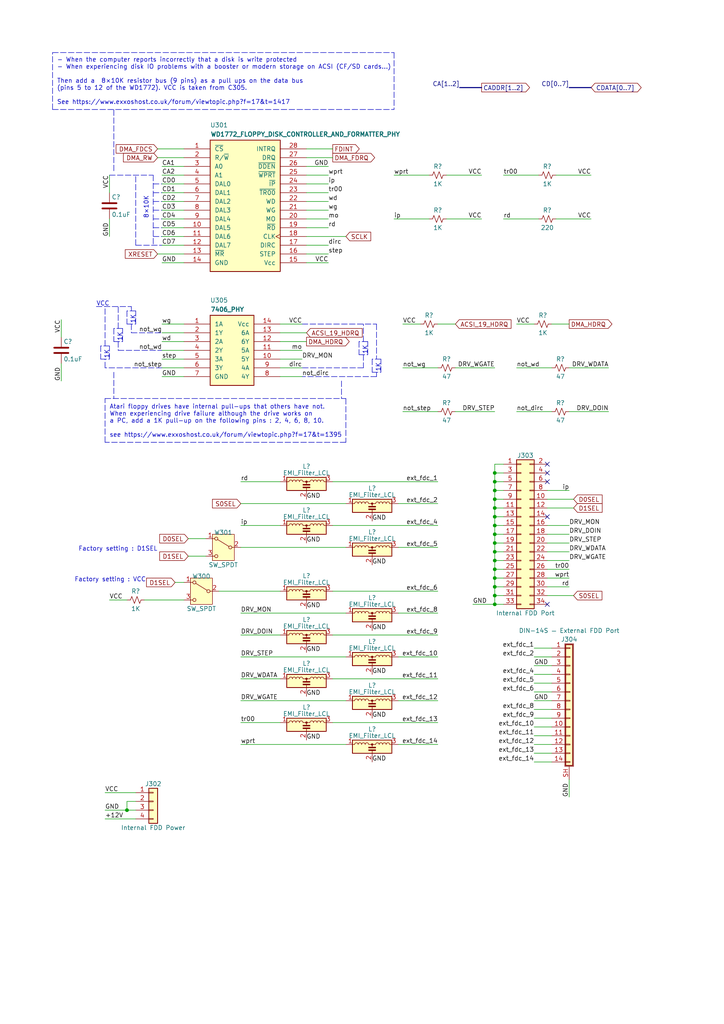
<source format=kicad_sch>
(kicad_sch (version 20230121) (generator eeschema)
  (paper "A4" portrait)
  (title_block (title "Converted schematics of Atari STE") (date "2021-08-31") (rev "1.0.0") (comment 1 "Reference : C300780-001"))
  (lib_symbols
    (symbol "74x06:7406_PHY" (pin_names (offset 1.27))
      (property "Reference" "U" (at 0 0 0))
      (property "Value" "7406_PHY" (at 0 0 0))
      (symbol "7406_PHY_0_0"
        (rectangle (start -6.35 10.16) (end 6.35 -10.16) (stroke (width 0.254)) (fill (type background)))
        (pin input line (at -13.97 7.62 0) (length 7.62) (name "1A") (number "1"))
        (pin output line (at 13.97 -2.54 180) (length 7.62) (name "5Y") (number "10"))
        (pin input line (at 13.97 0 180) (length 7.62) (name "5A") (number "11"))
        (pin output line (at 13.97 2.54 180) (length 7.62) (name "6Y") (number "12"))
        (pin input line (at 13.97 5.08 180) (length 7.62) (name "6A") (number "13"))
        (pin power_in line (at 13.97 7.62 180) (length 7.62) (name "Vcc") (number "14"))
        (pin output line (at -13.97 5.08 0) (length 7.62) (name "1Y") (number "2"))
        (pin input line (at -13.97 2.54 0) (length 7.62) (name "2A") (number "3"))
        (pin output line (at -13.97 0 0) (length 7.62) (name "2Y") (number "4"))
        (pin input line (at -13.97 -2.54 0) (length 7.62) (name "3A") (number "5"))
        (pin output line (at -13.97 -5.08 0) (length 7.62) (name "3Y") (number "6"))
        (pin power_in line (at -13.97 -7.62 0) (length 7.62) (name "GND") (number "7"))
        (pin output line (at 13.97 -7.62 180) (length 7.62) (name "4Y") (number "8"))
        (pin input line (at 13.97 -5.08 180) (length 7.62) (name "4A") (number "9"))
      )
    )
    (symbol "Connector_Generic:Conn_01x04" (pin_names (offset 1.016) hide)
      (property "Reference" "J" (at 0 5.08 0))
      (property "Value" "Conn_01x04" (at 0 -7.62 0))
      (symbol "Conn_01x04_1_1"
        (rectangle (start -1.27 -4.953) (end 0 -5.207) (stroke (width 0.1524)))
        (rectangle (start -1.27 -2.413) (end 0 -2.667) (stroke (width 0.1524)))
        (rectangle (start -1.27 0.127) (end 0 -0.127) (stroke (width 0.1524)))
        (rectangle (start -1.27 2.667) (end 0 2.413) (stroke (width 0.1524)))
        (rectangle (start -1.27 3.81) (end 1.27 -6.35) (stroke (width 0.254)) (fill (type background)))
        (pin passive line (at -5.08 2.54 0) (length 3.81) (name "Pin_1") (number "1"))
        (pin passive line (at -5.08 0 0) (length 3.81) (name "Pin_2") (number "2"))
        (pin passive line (at -5.08 -2.54 0) (length 3.81) (name "Pin_3") (number "3"))
        (pin passive line (at -5.08 -5.08 0) (length 3.81) (name "Pin_4") (number "4"))
      )
    )
    (symbol "Connector_Generic:Conn_02x17_Odd_Even" (pin_names (offset 1.016) hide)
      (property "Reference" "J" (at 1.27 22.86 0))
      (property "Value" "Conn_02x17_Odd_Even" (at 1.27 -22.86 0))
      (symbol "Conn_02x17_Odd_Even_1_1"
        (rectangle (start -1.27 -20.193) (end 0 -20.447) (stroke (width 0.1524)))
        (rectangle (start -1.27 -17.653) (end 0 -17.907) (stroke (width 0.1524)))
        (rectangle (start -1.27 -15.113) (end 0 -15.367) (stroke (width 0.1524)))
        (rectangle (start -1.27 -12.573) (end 0 -12.827) (stroke (width 0.1524)))
        (rectangle (start -1.27 -10.033) (end 0 -10.287) (stroke (width 0.1524)))
        (rectangle (start -1.27 -7.493) (end 0 -7.747) (stroke (width 0.1524)))
        (rectangle (start -1.27 -4.953) (end 0 -5.207) (stroke (width 0.1524)))
        (rectangle (start -1.27 -2.413) (end 0 -2.667) (stroke (width 0.1524)))
        (rectangle (start -1.27 0.127) (end 0 -0.127) (stroke (width 0.1524)))
        (rectangle (start -1.27 2.667) (end 0 2.413) (stroke (width 0.1524)))
        (rectangle (start -1.27 5.207) (end 0 4.953) (stroke (width 0.1524)))
        (rectangle (start -1.27 7.747) (end 0 7.493) (stroke (width 0.1524)))
        (rectangle (start -1.27 10.287) (end 0 10.033) (stroke (width 0.1524)))
        (rectangle (start -1.27 12.827) (end 0 12.573) (stroke (width 0.1524)))
        (rectangle (start -1.27 15.367) (end 0 15.113) (stroke (width 0.1524)))
        (rectangle (start -1.27 17.907) (end 0 17.653) (stroke (width 0.1524)))
        (rectangle (start -1.27 20.447) (end 0 20.193) (stroke (width 0.1524)))
        (rectangle (start -1.27 21.59) (end 3.81 -21.59) (stroke (width 0.254)) (fill (type background)))
        (rectangle (start 3.81 -20.193) (end 2.54 -20.447) (stroke (width 0.1524)))
        (rectangle (start 3.81 -17.653) (end 2.54 -17.907) (stroke (width 0.1524)))
        (rectangle (start 3.81 -15.113) (end 2.54 -15.367) (stroke (width 0.1524)))
        (rectangle (start 3.81 -12.573) (end 2.54 -12.827) (stroke (width 0.1524)))
        (rectangle (start 3.81 -10.033) (end 2.54 -10.287) (stroke (width 0.1524)))
        (rectangle (start 3.81 -7.493) (end 2.54 -7.747) (stroke (width 0.1524)))
        (rectangle (start 3.81 -4.953) (end 2.54 -5.207) (stroke (width 0.1524)))
        (rectangle (start 3.81 -2.413) (end 2.54 -2.667) (stroke (width 0.1524)))
        (rectangle (start 3.81 0.127) (end 2.54 -0.127) (stroke (width 0.1524)))
        (rectangle (start 3.81 2.667) (end 2.54 2.413) (stroke (width 0.1524)))
        (rectangle (start 3.81 5.207) (end 2.54 4.953) (stroke (width 0.1524)))
        (rectangle (start 3.81 7.747) (end 2.54 7.493) (stroke (width 0.1524)))
        (rectangle (start 3.81 10.287) (end 2.54 10.033) (stroke (width 0.1524)))
        (rectangle (start 3.81 12.827) (end 2.54 12.573) (stroke (width 0.1524)))
        (rectangle (start 3.81 15.367) (end 2.54 15.113) (stroke (width 0.1524)))
        (rectangle (start 3.81 17.907) (end 2.54 17.653) (stroke (width 0.1524)))
        (rectangle (start 3.81 20.447) (end 2.54 20.193) (stroke (width 0.1524)))
        (pin passive line (at -5.08 20.32 0) (length 3.81) (name "Pin_1") (number "1"))
        (pin passive line (at 7.62 10.16 180) (length 3.81) (name "Pin_10") (number "10"))
        (pin passive line (at -5.08 7.62 0) (length 3.81) (name "Pin_11") (number "11"))
        (pin passive line (at 7.62 7.62 180) (length 3.81) (name "Pin_12") (number "12"))
        (pin passive line (at -5.08 5.08 0) (length 3.81) (name "Pin_13") (number "13"))
        (pin passive line (at 7.62 5.08 180) (length 3.81) (name "Pin_14") (number "14"))
        (pin passive line (at -5.08 2.54 0) (length 3.81) (name "Pin_15") (number "15"))
        (pin passive line (at 7.62 2.54 180) (length 3.81) (name "Pin_16") (number "16"))
        (pin passive line (at -5.08 0 0) (length 3.81) (name "Pin_17") (number "17"))
        (pin passive line (at 7.62 0 180) (length 3.81) (name "Pin_18") (number "18"))
        (pin passive line (at -5.08 -2.54 0) (length 3.81) (name "Pin_19") (number "19"))
        (pin passive line (at 7.62 20.32 180) (length 3.81) (name "Pin_2") (number "2"))
        (pin passive line (at 7.62 -2.54 180) (length 3.81) (name "Pin_20") (number "20"))
        (pin passive line (at -5.08 -5.08 0) (length 3.81) (name "Pin_21") (number "21"))
        (pin passive line (at 7.62 -5.08 180) (length 3.81) (name "Pin_22") (number "22"))
        (pin passive line (at -5.08 -7.62 0) (length 3.81) (name "Pin_23") (number "23"))
        (pin passive line (at 7.62 -7.62 180) (length 3.81) (name "Pin_24") (number "24"))
        (pin passive line (at -5.08 -10.16 0) (length 3.81) (name "Pin_25") (number "25"))
        (pin passive line (at 7.62 -10.16 180) (length 3.81) (name "Pin_26") (number "26"))
        (pin passive line (at -5.08 -12.7 0) (length 3.81) (name "Pin_27") (number "27"))
        (pin passive line (at 7.62 -12.7 180) (length 3.81) (name "Pin_28") (number "28"))
        (pin passive line (at -5.08 -15.24 0) (length 3.81) (name "Pin_29") (number "29"))
        (pin passive line (at -5.08 17.78 0) (length 3.81) (name "Pin_3") (number "3"))
        (pin passive line (at 7.62 -15.24 180) (length 3.81) (name "Pin_30") (number "30"))
        (pin passive line (at -5.08 -17.78 0) (length 3.81) (name "Pin_31") (number "31"))
        (pin passive line (at 7.62 -17.78 180) (length 3.81) (name "Pin_32") (number "32"))
        (pin passive line (at -5.08 -20.32 0) (length 3.81) (name "Pin_33") (number "33"))
        (pin passive line (at 7.62 -20.32 180) (length 3.81) (name "Pin_34") (number "34"))
        (pin passive line (at 7.62 17.78 180) (length 3.81) (name "Pin_4") (number "4"))
        (pin passive line (at -5.08 15.24 0) (length 3.81) (name "Pin_5") (number "5"))
        (pin passive line (at 7.62 15.24 180) (length 3.81) (name "Pin_6") (number "6"))
        (pin passive line (at -5.08 12.7 0) (length 3.81) (name "Pin_7") (number "7"))
        (pin passive line (at 7.62 12.7 180) (length 3.81) (name "Pin_8") (number "8"))
        (pin passive line (at -5.08 10.16 0) (length 3.81) (name "Pin_9") (number "9"))
      )
    )
    (symbol "Connector_Generic_Shielded:Conn_01x14_Shielded" (pin_names (offset 1.016) hide)
      (property "Reference" "J" (at 0.254 17.526 0))
      (property "Value" "Conn_01x14_Shielded" (at 1.016 -20.066 0))
      (symbol "Conn_01x14_Shielded_1_1"
        (rectangle (start -1.27 16.51) (end 1.27 -19.05) (stroke (width 0.1524)))
        (rectangle (start -1.016 -17.653) (end 0.254 -17.907) (stroke (width 0.1524)))
        (rectangle (start -1.016 -15.113) (end 0.254 -15.367) (stroke (width 0.1524)))
        (rectangle (start -1.016 -12.573) (end 0.254 -12.827) (stroke (width 0.1524)))
        (rectangle (start -1.016 -10.033) (end 0.254 -10.287) (stroke (width 0.1524)))
        (rectangle (start -1.016 -7.493) (end 0.254 -7.747) (stroke (width 0.1524)))
        (rectangle (start -1.016 -4.953) (end 0.254 -5.207) (stroke (width 0.1524)))
        (rectangle (start -1.016 -2.413) (end 0.254 -2.667) (stroke (width 0.1524)))
        (rectangle (start -1.016 0.127) (end 0.254 -0.127) (stroke (width 0.1524)))
        (rectangle (start -1.016 2.667) (end 0.254 2.413) (stroke (width 0.1524)))
        (rectangle (start -1.016 5.207) (end 0.254 4.953) (stroke (width 0.1524)))
        (rectangle (start -1.016 7.747) (end 0.254 7.493) (stroke (width 0.1524)))
        (rectangle (start -1.016 10.287) (end 0.254 10.033) (stroke (width 0.1524)))
        (rectangle (start -1.016 12.827) (end 0.254 12.573) (stroke (width 0.1524)))
        (rectangle (start -1.016 15.367) (end 0.254 15.113) (stroke (width 0.1524)))
        (rectangle (start -1.016 16.256) (end 1.016 -18.796) (stroke (width 0.254)) (fill (type background)))
        (pin passive line (at -5.08 15.24 0) (length 4.064) (name "Pin_1") (number "1"))
        (pin passive line (at -5.08 -7.62 0) (length 4.064) (name "Pin_10") (number "10"))
        (pin passive line (at -5.08 -10.16 0) (length 4.064) (name "Pin_11") (number "11"))
        (pin passive line (at -5.08 -12.7 0) (length 4.064) (name "Pin_12") (number "12"))
        (pin passive line (at -5.08 -15.24 0) (length 4.064) (name "Pin_13") (number "13"))
        (pin passive line (at -5.08 -17.78 0) (length 4.064) (name "Pin_14") (number "14"))
        (pin passive line (at -5.08 12.7 0) (length 4.064) (name "Pin_2") (number "2"))
        (pin passive line (at -5.08 10.16 0) (length 4.064) (name "Pin_3") (number "3"))
        (pin passive line (at -5.08 7.62 0) (length 4.064) (name "Pin_4") (number "4"))
        (pin passive line (at -5.08 5.08 0) (length 4.064) (name "Pin_5") (number "5"))
        (pin passive line (at -5.08 2.54 0) (length 4.064) (name "Pin_6") (number "6"))
        (pin passive line (at -5.08 0 0) (length 4.064) (name "Pin_7") (number "7"))
        (pin passive line (at -5.08 -2.54 0) (length 4.064) (name "Pin_8") (number "8"))
        (pin passive line (at -5.08 -5.08 0) (length 4.064) (name "Pin_9") (number "9"))
        (pin passive line (at 0 -22.86 90) (length 3.81) (name "Shield") (number "SH"))
      )
    )
    (symbol "Device:C" (pin_numbers hide) (pin_names (offset 0.254))
      (property "Reference" "C" (at 0.635 2.54 0))
      (property "Value" "C" (at 0.635 -2.54 0))
      (symbol "C_0_1"
        (polyline (pts (xy -2.032 -0.762) (xy 2.032 -0.762)) (stroke (width 0.508)))
        (polyline (pts (xy -2.032 0.762) (xy 2.032 0.762)) (stroke (width 0.508)))
      )
      (symbol "C_1_1"
        (pin passive line (at 0 3.81 270) (length 2.794) (name "~") (number "1"))
        (pin passive line (at 0 -3.81 90) (length 2.794) (name "~") (number "2"))
      )
    )
    (symbol "Device:EMI_Filter_LCL" (pin_names (offset 0.254) hide)
      (property "Reference" "FL" (at 0 6.985 0))
      (property "Value" "Device_EMI_Filter_LCL" (at 0 5.08 0))
      (symbol "EMI_Filter_LCL_0_1"
        (rectangle (start -5.715 3.81) (end 5.715 0) (stroke (width 0.254)) (fill (type background)))
        (arc (start -4.064 2.54) (mid -4.572 3.048) (end -5.08 2.54))
        (arc (start -3.048 2.54) (mid -3.556 3.048) (end -4.064 2.54))
        (arc (start -2.032 2.54) (mid -2.54 3.048) (end -3.048 2.54))
        (rectangle (start -1.016 0.762) (end 1.016 1.016) (fill (type outline)))
        (arc (start -1.016 2.54) (mid -1.524 3.048) (end -2.032 2.54))
        (polyline (pts (xy -1.016 2.54) (xy 1.016 2.54)))
        (polyline (pts (xy 0 0.762) (xy 0 0)))
        (polyline (pts (xy 0 2.54) (xy 0 1.778)))
        (circle (center 0 2.54) (radius 0.254) (fill (type outline)))
        (rectangle (start 1.016 1.524) (end -1.016 1.778) (fill (type outline)))
        (arc (start 2.032 2.54) (mid 1.524 3.048) (end 1.016 2.54))
        (arc (start 3.048 2.54) (mid 2.54 3.048) (end 2.032 2.54))
        (arc (start 4.064 2.54) (mid 3.556 3.048) (end 3.048 2.54))
        (arc (start 5.08 2.54) (mid 4.572 3.048) (end 4.064 2.54))
      )
      (symbol "EMI_Filter_LCL_1_1"
        (pin passive line (at -7.62 2.54 0) (length 2.54) (name "1") (number "1"))
        (pin passive line (at 0 -2.54 90) (length 2.54) (name "2") (number "2"))
        (pin passive line (at 7.62 2.54 180) (length 2.54) (name "3") (number "3"))
      )
    )
    (symbol "Device:R_Small_US" (pin_numbers hide) (pin_names (offset 0.254) hide)
      (property "Reference" "R" (at 0.762 0.508 0))
      (property "Value" "R_Small_US" (at 0.762 -1.016 0))
      (symbol "R_Small_US_1_1"
        (polyline (pts (xy 0 0) (xy 1.016 -0.381) (xy 0 -0.762) (xy -1.016 -1.143) (xy 0 -1.524)))
        (polyline (pts (xy 0 1.524) (xy 1.016 1.143) (xy 0 0.762) (xy -1.016 0.381) (xy 0 0)))
        (pin passive line (at 0 2.54 270) (length 1.016) (name "~") (number "1"))
        (pin passive line (at 0 -2.54 90) (length 1.016) (name "~") (number "2"))
      )
    )
    (symbol "Switch:SW_SPDT" (pin_names (offset 0) hide)
      (property "Reference" "SW" (at 0 5.08 0))
      (property "Value" "SW_SPDT" (at 0 -5.08 0))
      (symbol "SW_SPDT_0_1"
        (circle (center -2.032 0) (radius 0.4572))
        (polyline (pts (xy -1.651 0.254) (xy 1.651 2.286)))
        (circle (center 2.032 -2.54) (radius 0.4572))
        (circle (center 2.032 2.54) (radius 0.4572))
      )
      (symbol "SW_SPDT_1_1"
        (rectangle (start -3.175 3.81) (end 3.175 -3.81) (fill (type background)))
        (pin passive line (at 5.08 2.54 180) (length 2.54) (name "A") (number "1"))
        (pin passive line (at -5.08 0 0) (length 2.54) (name "B") (number "2"))
        (pin passive line (at 5.08 -2.54 180) (length 2.54) (name "C") (number "3"))
      )
    )
    (symbol "wd1772:WD1772_FLOPPY_DISK_CONTROLLER_AND_FORMATTER_PHY" (pin_names (offset 1.27))
      (property "Reference" "U" (at -10.16 24.13 0))
      (property "Value" "WD1772_FLOPPY_DISK_CONTROLLER_AND_FORMATTER_PHY" (at -10.16 21.59 0))
      (symbol "WD1772_FLOPPY_DISK_CONTROLLER_AND_FORMATTER_PHY_0_0"
        (rectangle (start -10.16 19.05) (end 10.16 -19.05) (stroke (width 0.254)) (fill (type background)))
        (pin input line (at -17.78 16.51 0) (length 7.62) (name "~{CS}") (number "1"))
        (pin bidirectional line (at -17.78 -6.35 0) (length 7.62) (name "DAL5") (number "10"))
        (pin bidirectional line (at -17.78 -8.89 0) (length 7.62) (name "DAL6") (number "11"))
        (pin bidirectional line (at -17.78 -11.43 0) (length 7.62) (name "DAL7") (number "12"))
        (pin input line (at -17.78 -13.97 0) (length 7.62) (name "~{MR}") (number "13"))
        (pin power_in line (at -17.78 -16.51 0) (length 7.62) (name "GND") (number "14"))
        (pin power_in line (at 17.78 -16.51 180) (length 7.62) (name "Vcc") (number "15"))
        (pin output line (at 17.78 -13.97 180) (length 7.62) (name "STEP") (number "16"))
        (pin output line (at 17.78 -11.43 180) (length 7.62) (name "DIRC") (number "17"))
        (pin input clock (at 17.78 -8.89 180) (length 7.62) (name "CLK") (number "18"))
        (pin input line (at 17.78 -6.35 180) (length 7.62) (name "~{RD}") (number "19"))
        (pin input line (at -17.78 13.97 0) (length 7.62) (name "R/~{W}") (number "2"))
        (pin output line (at 17.78 -3.81 180) (length 7.62) (name "MO") (number "20"))
        (pin output line (at 17.78 -1.27 180) (length 7.62) (name "WG") (number "21"))
        (pin output line (at 17.78 1.27 180) (length 7.62) (name "WD") (number "22"))
        (pin input line (at 17.78 3.81 180) (length 7.62) (name "~{TR00}") (number "23"))
        (pin input line (at 17.78 6.35 180) (length 7.62) (name "~{IP}") (number "24"))
        (pin input line (at 17.78 8.89 180) (length 7.62) (name "~{WPRT}") (number "25"))
        (pin input line (at 17.78 11.43 180) (length 7.62) (name "~{DDEN}") (number "26"))
        (pin output line (at 17.78 13.97 180) (length 7.62) (name "DRQ") (number "27"))
        (pin output line (at 17.78 16.51 180) (length 7.62) (name "INTRQ") (number "28"))
        (pin input line (at -17.78 11.43 0) (length 7.62) (name "A0") (number "3"))
        (pin input line (at -17.78 8.89 0) (length 7.62) (name "A1") (number "4"))
        (pin bidirectional line (at -17.78 6.35 0) (length 7.62) (name "DAL0") (number "5"))
        (pin bidirectional line (at -17.78 3.81 0) (length 7.62) (name "DAL1") (number "6"))
        (pin bidirectional line (at -17.78 1.27 0) (length 7.62) (name "DAL2") (number "7"))
        (pin bidirectional line (at -17.78 -1.27 0) (length 7.62) (name "DAL3") (number "8"))
        (pin bidirectional line (at -17.78 -3.81 0) (length 7.62) (name "DAL4") (number "9"))
      )
    )
  )
  (junction (at 143.51 149.86))
  (junction (at 143.51 144.78))
  (junction (at 143.51 170.18))
  (junction (at 143.51 139.7))
  (junction (at 36.83 234.95))
  (junction (at 143.51 137.16))
  (junction (at 143.51 154.94))
  (junction (at 143.51 160.02))
  (junction (at 143.51 162.56))
  (junction (at 143.51 175.26))
  (junction (at 143.51 142.24))
  (junction (at 143.51 172.72))
  (junction (at 143.51 157.48))
  (junction (at 143.51 152.4))
  (junction (at 143.51 147.32))
  (junction (at 143.51 167.64))
  (junction (at 143.51 165.1))
  (no_connect (at 158.75 149.86))
  (no_connect (at 158.75 175.26))
  (no_connect (at 158.75 137.16))
  (no_connect (at 158.75 139.7))
  (no_connect (at 158.75 134.62))
  (wire (pts (xy 158.75 170.18) (xy 165.1 170.18)))
  (polyline (pts (xy 36.83 93.98) (xy 39.37 93.98)) (stroke (width 0) (type dash)))
  (wire (pts (xy 154.94 190.5) (xy 160.02 190.5)))
  (wire (pts (xy 46.99 66.04) (xy 53.34 66.04)))
  (wire (pts (xy 81.28 96.52) (xy 88.9 96.52)))
  (wire (pts (xy 143.51 147.32) (xy 143.51 144.78)))
  (wire (pts (xy 143.51 162.56) (xy 143.51 160.02)))
  (wire (pts (xy 46.99 71.12) (xy 53.34 71.12)))
  (polyline (pts (xy 44.45 60.96) (xy 46.99 60.96)) (stroke (width 0) (type dash)))
  (wire (pts (xy 158.75 165.1) (xy 165.1 165.1)))
  (wire (pts (xy 81.28 106.68) (xy 87.63 106.68)))
  (wire (pts (xy 161.29 63.5) (xy 171.45 63.5)))
  (wire (pts (xy 143.51 142.24) (xy 146.05 142.24)))
  (wire (pts (xy 143.51 154.94) (xy 143.51 152.4)))
  (polyline (pts (xy 106.68 102.87) (xy 106.68 99.06)) (stroke (width 0) (type dash)))
  (wire (pts (xy 63.5 171.45) (xy 81.28 171.45)))
  (wire (pts (xy 17.78 105.41) (xy 17.78 110.49)))
  (polyline (pts (xy 106.68 99.06) (xy 104.14 99.06)) (stroke (width 0) (type dash)))
  (polyline (pts (xy 38.1 96.52) (xy 46.99 96.52)) (stroke (width 0) (type dash)))
  (polyline (pts (xy 100.33 128.27) (xy 30.48 128.27)) (stroke (width 0) (type dash)))
  (polyline (pts (xy 30.48 115.57) (xy 100.33 115.57)) (stroke (width 0) (type dash)))
  (wire (pts (xy 143.51 137.16) (xy 143.51 134.62)))
  (polyline (pts (xy 39.37 93.98) (xy 39.37 90.17)) (stroke (width 0) (type dash)))
  (wire (pts (xy 149.86 119.38) (xy 160.02 119.38)))
  (wire (pts (xy 165.1 231.14) (xy 165.1 226.06)))
  (polyline (pts (xy 29.21 100.33) (xy 29.21 104.14)) (stroke (width 0) (type dash)))
  (wire (pts (xy 158.75 162.56) (xy 165.1 162.56)))
  (wire (pts (xy 143.51 139.7) (xy 146.05 139.7)))
  (polyline (pts (xy 87.63 93.98) (xy 109.22 93.98)) (stroke (width 0) (type dash)))
  (wire (pts (xy 88.9 55.88) (xy 95.25 55.88)))
  (bus (pts (xy 133.35 25.4) (xy 139.7 25.4)))
  (wire (pts (xy 30.48 237.49) (xy 39.37 237.49)))
  (wire (pts (xy 143.51 149.86) (xy 143.51 147.32)))
  (polyline (pts (xy 15.24 31.75) (xy 114.3 31.75)) (stroke (width 0) (type dash)))
  (wire (pts (xy 158.75 160.02) (xy 165.1 160.02)))
  (polyline (pts (xy 114.3 15.24) (xy 114.3 31.75)) (stroke (width 0) (type dash)))
  (wire (pts (xy 149.86 93.98) (xy 154.94 93.98)))
  (wire (pts (xy 69.85 190.5) (xy 100.33 190.5)))
  (polyline (pts (xy 105.41 106.68) (xy 87.63 106.68)) (stroke (width 0) (type dash)))
  (wire (pts (xy 46.99 96.52) (xy 53.34 96.52)))
  (wire (pts (xy 46.99 63.5) (xy 53.34 63.5)))
  (wire (pts (xy 143.51 147.32) (xy 146.05 147.32)))
  (polyline (pts (xy 30.48 106.68) (xy 30.48 104.14)) (stroke (width 0) (type dash)))
  (wire (pts (xy 143.51 167.64) (xy 146.05 167.64)))
  (wire (pts (xy 154.94 203.2) (xy 160.02 203.2)))
  (wire (pts (xy 143.51 152.4) (xy 146.05 152.4)))
  (wire (pts (xy 154.94 215.9) (xy 160.02 215.9)))
  (wire (pts (xy 143.51 175.26) (xy 146.05 175.26)))
  (wire (pts (xy 158.75 144.78) (xy 166.37 144.78)))
  (polyline (pts (xy 44.45 63.5) (xy 46.99 63.5)) (stroke (width 0) (type dash)))
  (wire (pts (xy 31.75 173.99) (xy 36.83 173.99)))
  (wire (pts (xy 154.94 213.36) (xy 160.02 213.36)))
  (wire (pts (xy 143.51 172.72) (xy 146.05 172.72)))
  (wire (pts (xy 36.83 234.95) (xy 39.37 234.95)))
  (polyline (pts (xy 39.37 71.12) (xy 46.99 71.12)) (stroke (width 0) (type dash)))
  (wire (pts (xy 146.05 63.5) (xy 156.21 63.5)))
  (wire (pts (xy 81.28 93.98) (xy 87.63 93.98)))
  (wire (pts (xy 154.94 187.96) (xy 160.02 187.96)))
  (polyline (pts (xy 39.37 71.12) (xy 39.37 50.8)) (stroke (width 0) (type dash)))
  (wire (pts (xy 143.51 162.56) (xy 146.05 162.56)))
  (wire (pts (xy 143.51 165.1) (xy 143.51 162.56)))
  (wire (pts (xy 88.9 76.2) (xy 95.25 76.2)))
  (wire (pts (xy 45.72 45.72) (xy 53.34 45.72)))
  (wire (pts (xy 88.9 45.72) (xy 96.52 45.72)))
  (polyline (pts (xy 109.22 109.22) (xy 87.63 109.22)) (stroke (width 0) (type dash)))
  (wire (pts (xy 143.51 160.02) (xy 143.51 157.48)))
  (wire (pts (xy 46.99 55.88) (xy 53.34 55.88)))
  (wire (pts (xy 165.1 119.38) (xy 176.53 119.38)))
  (polyline (pts (xy 35.56 99.06) (xy 35.56 95.25)) (stroke (width 0) (type dash)))
  (wire (pts (xy 114.3 50.8) (xy 124.46 50.8)))
  (wire (pts (xy 69.85 139.7) (xy 81.28 139.7)))
  (wire (pts (xy 69.85 158.75) (xy 100.33 158.75)))
  (wire (pts (xy 143.51 144.78) (xy 143.51 142.24)))
  (wire (pts (xy 158.75 172.72) (xy 166.37 172.72)))
  (polyline (pts (xy 31.75 104.14) (xy 31.75 100.33)) (stroke (width 0) (type dash)))
  (polyline (pts (xy 31.75 50.8) (xy 44.45 50.8)) (stroke (width 0) (type dash)))
  (wire (pts (xy 88.9 71.12) (xy 95.25 71.12)))
  (wire (pts (xy 154.94 193.04) (xy 160.02 193.04)))
  (wire (pts (xy 143.51 170.18) (xy 146.05 170.18)))
  (wire (pts (xy 143.51 160.02) (xy 146.05 160.02)))
  (polyline (pts (xy 39.37 90.17) (xy 36.83 90.17)) (stroke (width 0) (type dash)))
  (wire (pts (xy 143.51 139.7) (xy 143.51 137.16)))
  (wire (pts (xy 129.54 50.8) (xy 139.7 50.8)))
  (polyline (pts (xy 109.22 107.95) (xy 109.22 109.22)) (stroke (width 0) (type dash)))
  (wire (pts (xy 54.61 156.21) (xy 59.69 156.21)))
  (polyline (pts (xy 34.29 101.6) (xy 46.99 101.6)) (stroke (width 0) (type dash)))
  (wire (pts (xy 154.94 210.82) (xy 160.02 210.82)))
  (wire (pts (xy 116.84 93.98) (xy 121.92 93.98)))
  (polyline (pts (xy 44.45 55.88) (xy 46.99 55.88)) (stroke (width 0) (type dash)))
  (wire (pts (xy 154.94 195.58) (xy 160.02 195.58)))
  (wire (pts (xy 165.1 106.68) (xy 176.53 106.68)))
  (wire (pts (xy 81.28 104.14) (xy 87.63 104.14)))
  (wire (pts (xy 143.51 157.48) (xy 146.05 157.48)))
  (wire (pts (xy 46.99 68.58) (xy 53.34 68.58)))
  (wire (pts (xy 161.29 50.8) (xy 171.45 50.8)))
  (polyline (pts (xy 29.21 104.14) (xy 31.75 104.14)) (stroke (width 0) (type dash)))
  (wire (pts (xy 158.75 147.32) (xy 166.37 147.32)))
  (wire (pts (xy 143.51 142.24) (xy 143.51 139.7)))
  (wire (pts (xy 143.51 149.86) (xy 146.05 149.86)))
  (polyline (pts (xy 110.49 104.14) (xy 107.95 104.14)) (stroke (width 0) (type dash)))
  (wire (pts (xy 69.85 196.85) (xy 81.28 196.85)))
  (wire (pts (xy 88.9 53.34) (xy 95.25 53.34)))
  (wire (pts (xy 81.28 99.06) (xy 88.9 99.06)))
  (wire (pts (xy 154.94 208.28) (xy 160.02 208.28)))
  (wire (pts (xy 154.94 220.98) (xy 160.02 220.98)))
  (wire (pts (xy 46.99 99.06) (xy 53.34 99.06)))
  (wire (pts (xy 96.52 171.45) (xy 127 171.45)))
  (wire (pts (xy 46.99 109.22) (xy 53.34 109.22)))
  (wire (pts (xy 88.9 48.26) (xy 95.25 48.26)))
  (wire (pts (xy 46.99 93.98) (xy 53.34 93.98)))
  (wire (pts (xy 146.05 50.8) (xy 156.21 50.8)))
  (wire (pts (xy 31.75 50.8) (xy 31.75 55.88)))
  (wire (pts (xy 115.57 158.75) (xy 127 158.75)))
  (polyline (pts (xy 36.83 90.17) (xy 36.83 93.98)) (stroke (width 0) (type dash)))
  (polyline (pts (xy 34.29 99.06) (xy 34.29 101.6)) (stroke (width 0) (type dash)))
  (wire (pts (xy 69.85 209.55) (xy 81.28 209.55)))
  (wire (pts (xy 69.85 146.05) (xy 100.33 146.05)))
  (wire (pts (xy 154.94 200.66) (xy 160.02 200.66)))
  (polyline (pts (xy 27.94 88.9) (xy 38.1 88.9)) (stroke (width 0) (type dash)))
  (wire (pts (xy 158.75 157.48) (xy 165.1 157.48)))
  (wire (pts (xy 96.52 184.15) (xy 127 184.15)))
  (wire (pts (xy 88.9 68.58) (xy 100.33 68.58)))
  (wire (pts (xy 132.08 119.38) (xy 143.51 119.38)))
  (wire (pts (xy 143.51 157.48) (xy 143.51 154.94)))
  (polyline (pts (xy 44.45 68.58) (xy 46.99 68.58)) (stroke (width 0) (type dash)))
  (wire (pts (xy 132.08 106.68) (xy 143.51 106.68)))
  (wire (pts (xy 46.99 76.2) (xy 53.34 76.2)))
  (wire (pts (xy 41.91 173.99) (xy 53.34 173.99)))
  (wire (pts (xy 143.51 134.62) (xy 146.05 134.62)))
  (wire (pts (xy 30.48 229.87) (xy 39.37 229.87)))
  (wire (pts (xy 31.75 63.5) (xy 31.75 68.58)))
  (polyline (pts (xy 105.41 102.87) (xy 105.41 106.68)) (stroke (width 0) (type dash)))
  (wire (pts (xy 143.51 144.78) (xy 146.05 144.78)))
  (bus (pts (xy 165.1 25.4) (xy 171.45 25.4)))
  (wire (pts (xy 115.57 215.9) (xy 127 215.9)))
  (wire (pts (xy 46.99 50.8) (xy 53.34 50.8)))
  (wire (pts (xy 46.99 48.26) (xy 53.34 48.26)))
  (wire (pts (xy 88.9 66.04) (xy 95.25 66.04)))
  (wire (pts (xy 143.51 172.72) (xy 143.51 170.18)))
  (wire (pts (xy 54.61 161.29) (xy 59.69 161.29)))
  (polyline (pts (xy 107.95 104.14) (xy 107.95 107.95)) (stroke (width 0) (type dash)))
  (wire (pts (xy 46.99 58.42) (xy 53.34 58.42)))
  (wire (pts (xy 69.85 177.8) (xy 100.33 177.8)))
  (wire (pts (xy 115.57 177.8) (xy 127 177.8)))
  (wire (pts (xy 46.99 106.68) (xy 53.34 106.68)))
  (polyline (pts (xy 33.02 95.25) (xy 33.02 99.06)) (stroke (width 0) (type dash)))
  (wire (pts (xy 88.9 60.96) (xy 95.25 60.96)))
  (wire (pts (xy 46.99 101.6) (xy 53.34 101.6)))
  (polyline (pts (xy 46.99 106.68) (xy 30.48 106.68)) (stroke (width 0) (type dash)))
  (polyline (pts (xy 34.29 95.25) (xy 34.29 88.9)) (stroke (width 0) (type dash)))
  (wire (pts (xy 46.99 104.14) (xy 53.34 104.14)))
  (wire (pts (xy 96.52 209.55) (xy 127 209.55)))
  (polyline (pts (xy 100.33 115.57) (xy 100.33 128.27)) (stroke (width 0) (type dash)))
  (polyline (pts (xy 38.1 93.98) (xy 38.1 96.52)) (stroke (width 0) (type dash)))
  (polyline (pts (xy 33.02 49.53) (xy 33.02 31.75)) (stroke (width 0) (type dash)))
  (wire (pts (xy 88.9 73.66) (xy 95.25 73.66)))
  (wire (pts (xy 45.72 43.18) (xy 53.34 43.18)))
  (polyline (pts (xy 35.56 95.25) (xy 33.02 95.25)) (stroke (width 0) (type dash)))
  (wire (pts (xy 158.75 142.24) (xy 165.1 142.24)))
  (polyline (pts (xy 104.14 99.06) (xy 104.14 102.87)) (stroke (width 0) (type dash)))
  (wire (pts (xy 36.83 232.41) (xy 39.37 232.41)))
  (polyline (pts (xy 104.14 102.87) (xy 106.68 102.87)) (stroke (width 0) (type dash)))
  (wire (pts (xy 96.52 152.4) (xy 127 152.4)))
  (wire (pts (xy 115.57 203.2) (xy 127 203.2)))
  (polyline (pts (xy 109.22 93.98) (xy 109.22 104.14)) (stroke (width 0) (type dash)))
  (polyline (pts (xy 105.41 99.06) (xy 105.41 93.98)) (stroke (width 0) (type dash)))
  (wire (pts (xy 154.94 218.44) (xy 160.02 218.44)))
  (wire (pts (xy 158.75 154.94) (xy 165.1 154.94)))
  (wire (pts (xy 96.52 139.7) (xy 127 139.7)))
  (wire (pts (xy 114.3 63.5) (xy 124.46 63.5)))
  (wire (pts (xy 88.9 50.8) (xy 95.25 50.8)))
  (polyline (pts (xy 30.48 100.33) (xy 30.48 88.9)) (stroke (width 0) (type dash)))
  (polyline (pts (xy 38.1 88.9) (xy 38.1 90.17)) (stroke (width 0) (type dash)))
  (wire (pts (xy 158.75 167.64) (xy 165.1 167.64)))
  (wire (pts (xy 17.78 92.71) (xy 17.78 97.79)))
  (wire (pts (xy 36.83 232.41) (xy 36.83 234.95)))
  (wire (pts (xy 30.48 234.95) (xy 36.83 234.95)))
  (wire (pts (xy 143.51 167.64) (xy 143.51 165.1)))
  (wire (pts (xy 96.52 196.85) (xy 127 196.85)))
  (polyline (pts (xy 15.24 15.24) (xy 114.3 15.24)) (stroke (width 0) (type dash)))
  (polyline (pts (xy 107.95 107.95) (xy 110.49 107.95)) (stroke (width 0) (type dash)))
  (wire (pts (xy 127 93.98) (xy 132.08 93.98)))
  (wire (pts (xy 69.85 215.9) (xy 100.33 215.9)))
  (wire (pts (xy 154.94 205.74) (xy 160.02 205.74)))
  (polyline (pts (xy 44.45 66.04) (xy 46.99 66.04)) (stroke (width 0) (type dash)))
  (wire (pts (xy 154.94 198.12) (xy 160.02 198.12)))
  (wire (pts (xy 129.54 63.5) (xy 139.7 63.5)))
  (polyline (pts (xy 110.49 107.95) (xy 110.49 104.14)) (stroke (width 0) (type dash)))
  (wire (pts (xy 143.51 170.18) (xy 143.51 167.64)))
  (wire (pts (xy 88.9 58.42) (xy 95.25 58.42)))
  (wire (pts (xy 143.51 165.1) (xy 146.05 165.1)))
  (wire (pts (xy 143.51 175.26) (xy 143.51 172.72)))
  (wire (pts (xy 69.85 203.2) (xy 100.33 203.2)))
  (wire (pts (xy 69.85 184.15) (xy 81.28 184.15)))
  (wire (pts (xy 160.02 93.98) (xy 165.1 93.98)))
  (wire (pts (xy 88.9 43.18) (xy 96.52 43.18)))
  (wire (pts (xy 45.72 73.66) (xy 53.34 73.66)))
  (wire (pts (xy 137.16 175.26) (xy 143.51 175.26)))
  (wire (pts (xy 143.51 154.94) (xy 146.05 154.94)))
  (wire (pts (xy 143.51 137.16) (xy 146.05 137.16)))
  (polyline (pts (xy 99.06 110.49) (xy 99.06 115.57)) (stroke (width 0) (type dash)))
  (polyline (pts (xy 33.02 99.06) (xy 35.56 99.06)) (stroke (width 0) (type dash)))
  (wire (pts (xy 88.9 63.5) (xy 95.25 63.5)))
  (wire (pts (xy 143.51 152.4) (xy 143.51 149.86)))
  (wire (pts (xy 46.99 53.34) (xy 53.34 53.34)))
  (polyline (pts (xy 33.02 107.95) (xy 33.02 115.57)) (stroke (width 0) (type dash)))
  (wire (pts (xy 69.85 152.4) (xy 81.28 152.4)))
  (wire (pts (xy 115.57 146.05) (xy 127 146.05)))
  (polyline (pts (xy 44.45 53.34) (xy 46.99 53.34)) (stroke (width 0) (type dash)))
  (wire (pts (xy 158.75 152.4) (xy 165.1 152.4)))
  (polyline (pts (xy 15.24 31.75) (xy 15.24 15.24)) (stroke (width 0) (type dash)))
  (wire (pts (xy 116.84 119.38) (xy 127 119.38)))
  (polyline (pts (xy 31.75 100.33) (xy 29.21 100.33)) (stroke (width 0) (type dash)))
  (wire (pts (xy 46.99 60.96) (xy 53.34 60.96)))
  (wire (pts (xy 115.57 190.5) (xy 127 190.5)))
  (wire (pts (xy 81.28 101.6) (xy 87.63 101.6)))
  (polyline (pts (xy 44.45 50.8) (xy 44.45 71.12)) (stroke (width 0) (type dash)))
  (wire (pts (xy 81.28 109.22) (xy 87.63 109.22)))
  (polyline (pts (xy 44.45 58.42) (xy 46.99 58.42)) (stroke (width 0) (type dash)))
  (polyline (pts (xy 30.48 128.27) (xy 30.48 115.57)) (stroke (width 0) (type dash)))
  (wire (pts (xy 50.8 168.91) (xy 53.34 168.91)))
  (wire (pts (xy 116.84 106.68) (xy 127 106.68)))
  (wire (pts (xy 149.86 106.68) (xy 160.02 106.68)))
  (text "VCC" (at 27.94 88.9 0) (effects (font (size 1.27 1.27)) (justify left bottom)))
  (text "Factory setting : D1SEL" (at 45.72 160.02 0) (effects (font (size 1.27 1.27)) (justify right bottom)))
  (text "1K" (at 35.56 99.06 90) (effects (font (size 1.27 1.27)) (justify left bottom)))
  (text "- When the computer reports incorrectly that a disk is write protected\n- When experiencing disk IO problems with a booster or modern storage on ACSI (CF/SD cards...)\n\nThen add a  8×10K resistor bus (9 pins) as a pull ups on the data bus \n(pins 5 to 12 of the WD1772). VCC is taken from C305.\n\nSee https://www.exxoshost.co.uk/forum/viewtopic.php?f=17&t=1417" (at 16.51 30.48 0) (effects (font (size 1.27 1.27)) (justify left bottom)))
  (text "1K" (at 31.75 104.14 90) (effects (font (size 1.27 1.27)) (justify left bottom)))
  (text "1K" (at 39.37 93.98 90) (effects (font (size 1.27 1.27)) (justify left bottom)))
  (text "1K" (at 110.49 107.95 90) (effects (font (size 1.27 1.27)) (justify left bottom)))
  (text "8×10K" (at 43.18 63.5 90) (effects (font (size 1.27 1.27)) (justify left bottom)))
  (text "Factory setting : VCC" (at 21.59 168.91 0) (effects (font (size 1.27 1.27)) (justify left bottom)))
  (text "1K" (at 106.68 102.87 90) (effects (font (size 1.27 1.27)) (justify left bottom)))
  (text "Atari floppy drives have internal pull-ups that others have not.\nWhen experiencing drive failure although the drive works on\na PC, add a 1K pull-up on the following pins : 2, 4, 6, 8, 10.\n\nsee https://www.exxoshost.co.uk/forum/viewtopic.php?f=17&t=1395" (at 31.75 127 0) (effects (font (size 1.27 1.27)) (justify left bottom)))
  (label "CD2" (at 46.99 58.42 0))
  (label "not_step" (at 116.84 119.38 0))
  (label "VCC" (at 139.7 63.5 180))
  (label "wg" (at 95.25 60.96 0))
  (label "CD7" (at 46.99 71.12 0))
  (label "ext_fdc_9" (at 127 184.15 180))
  (label "ext_fdc_2" (at 127 146.05 180))
  (label "ext_fdc_9" (at 154.94 208.28 180))
  (label "DRV_WDATA" (at 69.85 196.85 0))
  (label "ip" (at 69.85 152.4 0))
  (label "ext_fdc_6" (at 127 171.45 180))
  (label "ip" (at 165.1 142.24 180))
  (label "GND" (at 107.95 163.83 0))
  (label "CA2" (at 46.99 50.8 0))
  (label "DRV_MON" (at 165.1 152.4 0))
  (label "GND" (at 88.9 157.48 0))
  (label "CA[1..2]" (at 133.35 25.4 180))
  (label "rd" (at 69.85 139.7 0))
  (label "GND" (at 88.9 214.63 0))
  (label "VCC" (at 31.75 50.8 270))
  (label "GND" (at 31.75 68.58 90))
  (label "GND" (at 95.25 48.26 180))
  (label "DRV_MON" (at 69.85 177.8 0))
  (label "not_wg" (at 116.84 106.68 0))
  (label "VCC" (at 17.78 92.71 270))
  (label "DRV_STEP" (at 165.1 157.48 0))
  (label "ext_fdc_10" (at 127 190.5 180))
  (label "GND" (at 107.95 220.98 0))
  (label "DRV_WGATE" (at 69.85 203.2 0))
  (label "+12V" (at 30.48 237.49 0))
  (label "ext_fdc_12" (at 127 203.2 180))
  (label "not_step" (at 46.99 106.68 180))
  (label "rd" (at 146.05 63.5 0))
  (label "CA1" (at 46.99 48.26 0))
  (label "rd" (at 95.25 66.04 0))
  (label "not_wd" (at 46.99 101.6 180))
  (label "rd" (at 165.1 170.18 180))
  (label "ext_fdc_11" (at 154.94 213.36 180))
  (label "GND" (at 17.78 110.49 90))
  (label "VCC" (at 116.84 93.98 0))
  (label "VCC" (at 171.45 63.5 180))
  (label "wprt" (at 95.25 50.8 0))
  (label "CD6" (at 46.99 68.58 0))
  (label "DRV_MON" (at 87.63 104.14 0))
  (label "wd" (at 95.25 58.42 0))
  (label "ip" (at 114.3 63.5 0))
  (label "VCC" (at 87.63 93.98 180))
  (label "ext_fdc_4" (at 127 152.4 180))
  (label "ext_fdc_8" (at 154.94 205.74 180))
  (label "VCC" (at 31.75 173.99 0))
  (label "ext_fdc_8" (at 127 177.8 180))
  (label "not_wd" (at 149.86 106.68 0))
  (label "CD0" (at 46.99 53.34 0))
  (label "DRV_WDATA" (at 176.53 106.68 180))
  (label "tr00" (at 95.25 55.88 0))
  (label "GND" (at 88.9 176.53 0))
  (label "VCC" (at 95.25 76.2 180))
  (label "ext_fdc_14" (at 154.94 220.98 180))
  (label "DRV_WGATE" (at 143.51 106.68 180))
  (label "ext_fdc_14" (at 127 215.9 180))
  (label "GND" (at 137.16 175.26 0))
  (label "ext_fdc_5" (at 154.94 198.12 180))
  (label "VCC" (at 171.45 50.8 180))
  (label "ext_fdc_13" (at 154.94 218.44 180))
  (label "CD1" (at 46.99 55.88 0))
  (label "CD[0..7]" (at 165.1 25.4 180))
  (label "CD4" (at 46.99 63.5 0))
  (label "tr00" (at 146.05 50.8 0))
  (label "ip" (at 95.25 53.34 0))
  (label "ext_fdc_2" (at 154.94 190.5 180))
  (label "ext_fdc_10" (at 154.94 210.82 180))
  (label "DRV_DOIN" (at 176.53 119.38 180))
  (label "ext_fdc_1" (at 154.94 187.96 180))
  (label "GND" (at 88.9 201.93 0))
  (label "tr00" (at 165.1 165.1 180))
  (label "step" (at 46.99 104.14 0))
  (label "VCC" (at 149.86 93.98 0))
  (label "GND" (at 165.1 231.14 90))
  (label "mo" (at 87.63 101.6 180))
  (label "wprt" (at 114.3 50.8 0))
  (label "GND" (at 154.94 193.04 0))
  (label "CD5" (at 46.99 66.04 0))
  (label "tr00" (at 69.85 209.55 0))
  (label "CD3" (at 46.99 60.96 0))
  (label "not_dirc" (at 149.86 119.38 0))
  (label "ext_fdc_6" (at 154.94 200.66 180))
  (label "DRV_DOIN" (at 69.85 184.15 0))
  (label "GND" (at 154.94 203.2 0))
  (label "VCC" (at 139.7 50.8 180))
  (label "GND" (at 88.9 189.23 0))
  (label "GND" (at 107.95 208.28 0))
  (label "DRV_STEP" (at 69.85 190.5 0))
  (label "step" (at 95.25 73.66 0))
  (label "ext_fdc_11" (at 127 196.85 180))
  (label "dirc" (at 87.63 106.68 180))
  (label "not_wg" (at 46.99 96.52 180))
  (label "ext_fdc_13" (at 127 209.55 180))
  (label "not_dirc" (at 87.63 109.22 0))
  (label "mo" (at 95.25 63.5 0))
  (label "DRV_WGATE" (at 165.1 162.56 0))
  (label "GND" (at 107.95 195.58 0))
  (label "GND" (at 107.95 182.88 0))
  (label "dirc" (at 95.25 71.12 0))
  (label "VCC" (at 30.48 229.87 0))
  (label "wg" (at 46.99 93.98 0))
  (label "ext_fdc_4" (at 154.94 195.58 180))
  (label "GND" (at 46.99 109.22 0))
  (label "DRV_WDATA" (at 165.1 160.02 0))
  (label "GND" (at 46.99 76.2 0))
  (label "wd" (at 46.99 99.06 0))
  (label "wprt" (at 165.1 167.64 180))
  (label "GND" (at 30.48 234.95 0))
  (label "GND" (at 107.95 151.13 0))
  (label "GND" (at 88.9 144.78 0))
  (label "DRV_DOIN" (at 165.1 154.94 0))
  (label "ext_fdc_5" (at 127 158.75 180))
  (label "ext_fdc_12" (at 154.94 215.9 180))
  (label "ext_fdc_1" (at 127 139.7 180))
  (label "DRV_STEP" (at 143.51 119.38 180))
  (label "wprt" (at 69.85 215.9 0))
  (global_label "FDINT" (shape output) (at 96.52 43.18 0) (property "Intersheetrefs" "${INTERSHEET_REFS}" (effects hide)))
  (global_label "CDATA[0..7]" (shape bidirectional) (at 171.45 25.4 0) (property "Intersheetrefs" "${INTERSHEET_REFS}" (effects hide)))
  (global_label "DMA_HDRQ" (shape output) (at 165.1 93.98 0) (property "Intersheetrefs" "${INTERSHEET_REFS}" (effects hide)))
  (global_label "XRESET" (shape input) (at 45.72 73.66 180) (property "Intersheetrefs" "${INTERSHEET_REFS}" (effects hide)))
  (global_label "ACSI_19_HDRQ" (shape input) (at 88.9 96.52 0) (property "Intersheetrefs" "${INTERSHEET_REFS}" (effects hide)))
  (global_label "SCLK" (shape input) (at 100.33 68.58 0) (property "Intersheetrefs" "${INTERSHEET_REFS}" (effects hide)))
  (global_label "D1SEL" (shape input) (at 50.8 168.91 180) (property "Intersheetrefs" "${INTERSHEET_REFS}" (effects hide)))
  (global_label "S0SEL" (shape input) (at 69.85 146.05 180) (property "Intersheetrefs" "${INTERSHEET_REFS}" (effects hide)))
  (global_label "D1SEL" (shape input) (at 166.37 147.32 0) (property "Intersheetrefs" "${INTERSHEET_REFS}" (effects hide)))
  (global_label "D0SEL" (shape input) (at 166.37 144.78 0) (property "Intersheetrefs" "${INTERSHEET_REFS}" (effects hide)))
  (global_label "DMA_RW" (shape input) (at 45.72 45.72 180) (property "Intersheetrefs" "${INTERSHEET_REFS}" (effects hide)))
  (global_label "D0SEL" (shape input) (at 54.61 156.21 180) (property "Intersheetrefs" "${INTERSHEET_REFS}" (effects hide)))
  (global_label "DMA_HDRQ" (shape output) (at 88.9 99.06 0) (property "Intersheetrefs" "${INTERSHEET_REFS}" (effects hide)))
  (global_label "S0SEL" (shape input) (at 166.37 172.72 0) (property "Intersheetrefs" "${INTERSHEET_REFS}" (effects hide)))
  (global_label "ACSI_19_HDRQ" (shape input) (at 132.08 93.98 0) (property "Intersheetrefs" "${INTERSHEET_REFS}" (effects hide)))
  (global_label "DMA_FDCS" (shape input) (at 45.72 43.18 180) (property "Intersheetrefs" "${INTERSHEET_REFS}" (effects hide)))
  (global_label "CADDR[1..2]" (shape output) (at 139.7 25.4 0) (property "Intersheetrefs" "${INTERSHEET_REFS}" (effects hide)))
  (global_label "D1SEL" (shape input) (at 54.61 161.29 180) (property "Intersheetrefs" "${INTERSHEET_REFS}" (effects hide)))
  (global_label "DMA_FDRQ" (shape output) (at 96.52 45.72 0) (property "Intersheetrefs" "${INTERSHEET_REFS}" (effects hide)))
  (symbol (lib_id "wd1772:WD1772_FLOPPY_DISK_CONTROLLER_AND_FORMATTER_PHY") (at 71.12 59.69 0) (unit 1)
    (property "Reference" "U301" (at 60.96 35.56 0) (effects (justify left top)))
    (property "Value" "WD1772_FLOPPY_DISK_CONTROLLER_AND_FORMATTER_PHY" (at 60.96 38.1 0) (effects (font bold) (justify left top)))
    (property "Footprint" "Package_DIP:DIP-28_W15.24mm_LongPads" (effects hide))
    (property "Datasheet" "https://datasheet.datasheetarchive.com/originals/distributors/Datasheets-115/DSAP002129.pdf" (effects hide))
  )
  (symbol (lib_id "74x06:7406_PHY") (at 67.31 101.6 0) (unit 1)
    (property "Reference" "U305" (at 60.96 86.36 0) (effects (justify left top)))
    (property "Value" "7406_PHY" (at 60.96 88.9 0) (effects (font bold) (justify left top)))
    (property "Footprint" "Package_DIP:DIP-14_W7.62mm_LongPads" (effects hide))
  )
  (symbol (lib_id "Device:C") (at 31.75 59.69 0) (unit 1)
    (property "Reference" "C?" (at 32.385 57.15 0) (effects (justify left)))
    (property "Value" "0.1uF" (at 32.385 62.23 0) (effects (justify left)))
    (property "Footprint" "commons_passives_THT:Passive_THT_capacitor_mlcc_W2.54mm_L7.62mm" (effects hide))
    (instances (project "motherboard" (path "" (reference "C?") (unit 1)) (path "" (reference "C?") (unit 1)) (path "" (reference "C?") (unit 1)) (path "" (reference "C?") (unit 1)) (path "" (reference "C305") (unit 1))))
  )
  (symbol (lib_id "Device:C") (at 17.78 101.6 0) (unit 1)
    (property "Reference" "C?" (at 18.415 99.06 0) (effects (justify left)))
    (property "Value" "0.1uF" (at 18.415 104.14 0) (effects (justify left)))
    (property "Footprint" "commons_passives_THT:Passive_THT_capacitor_mlcc_W2.54mm_L7.62mm" (effects hide))
    (instances (project "motherboard" (path "" (reference "C?") (unit 1)) (path "" (reference "C?") (unit 1)) (path "" (reference "C?") (unit 1)) (path "" (reference "C?") (unit 1)) (path "" (reference "C304") (unit 1))))
  )
  (symbol (lib_id "Device:R_Small_US") (at 127 50.8 270) (unit 1)
    (property "Reference" "R?" (at 127 48.26 90))
    (property "Value" "1K" (at 127 53.34 90))
    (property "Footprint" "commons_passives_THT:Passive_THT_resistor_W2.54mm_L12.70mm" (effects hide))
    (instances (project "motherboard" (path "" (reference "R?") (unit 1)) (path "" (reference "R304") (unit 1)) (path "" (reference "R?") (unit 1)) (path "" (reference "R?") (unit 1))))
  )
  (symbol (lib_id "Device:R_Small_US") (at 158.75 63.5 270) (unit 1)
    (property "Reference" "R?" (at 158.75 60.96 90))
    (property "Value" "220" (at 158.75 66.04 90))
    (property "Footprint" "commons_passives_THT:Passive_THT_resistor_W2.54mm_L12.70mm" (effects hide))
    (instances (project "motherboard" (path "" (reference "R?") (unit 1)) (path "" (reference "R307") (unit 1)) (path "" (reference "R?") (unit 1)) (path "" (reference "R?") (unit 1))))
  )
  (symbol (lib_id "Device:R_Small_US") (at 158.75 50.8 270) (unit 1)
    (property "Reference" "R?" (at 158.75 48.26 90))
    (property "Value" "1K" (at 158.75 53.34 90))
    (property "Footprint" "commons_passives_THT:Passive_THT_resistor_W2.54mm_L12.70mm" (effects hide))
    (instances (project "motherboard" (path "" (reference "R?") (unit 1)) (path "" (reference "R305") (unit 1)) (path "" (reference "R?") (unit 1)) (path "" (reference "R?") (unit 1))))
  )
  (symbol (lib_id "Device:R_Small_US") (at 127 63.5 270) (unit 1)
    (property "Reference" "R?" (at 127 60.96 90))
    (property "Value" "1K" (at 127 66.04 90))
    (property "Footprint" "commons_passives_THT:Passive_THT_resistor_W2.54mm_L12.70mm" (effects hide))
    (instances (project "motherboard" (path "" (reference "R?") (unit 1)) (path "" (reference "R306") (unit 1)) (path "" (reference "R?") (unit 1)) (path "" (reference "R?") (unit 1))))
  )
  (symbol (lib_id "Device:R_Small_US") (at 157.48 93.98 270) (unit 1)
    (property "Reference" "R?" (at 157.48 91.44 90))
    (property "Value" "1K" (at 157.48 96.52 90))
    (property "Footprint" "commons_passives_THT:Passive_THT_resistor_W2.54mm_L12.70mm" (effects hide))
    (instances (project "motherboard" (path "" (reference "R?") (unit 1)) (path "" (reference "R301") (unit 1)) (path "" (reference "R?") (unit 1)) (path "" (reference "R?") (unit 1))))
  )
  (symbol (lib_id "Device:R_Small_US") (at 124.46 93.98 270) (unit 1)
    (property "Reference" "R?" (at 124.46 91.44 90))
    (property "Value" "1K" (at 124.46 96.52 90))
    (property "Footprint" "commons_passives_THT:Passive_THT_resistor_W2.54mm_L12.70mm" (effects hide))
    (instances (project "motherboard" (path "" (reference "R?") (unit 1)) (path "" (reference "R300") (unit 1)) (path "" (reference "R?") (unit 1)) (path "" (reference "R?") (unit 1))))
  )
  (symbol (lib_id "Device:R_Small_US") (at 39.37 173.99 270) (unit 1)
    (property "Reference" "R?" (at 39.37 171.45 90))
    (property "Value" "1K" (at 39.37 176.53 90))
    (property "Footprint" "commons_passives_THT:Passive_THT_resistor_W2.54mm_L12.70mm" (effects hide))
    (instances (project "motherboard" (path "" (reference "R?") (unit 1)) (path "" (reference "R302") (unit 1)) (path "" (reference "R?") (unit 1)) (path "" (reference "R?") (unit 1))))
  )
  (symbol (lib_id "Device:R_Small_US") (at 129.54 106.68 270) (unit 1)
    (property "Reference" "R?" (at 129.54 104.14 90))
    (property "Value" "47" (at 129.54 109.22 90))
    (property "Footprint" "commons_passives_THT:Passive_THT_resistor_W2.54mm_L12.70mm" (effects hide))
    (instances (project "motherboard" (path "" (reference "R?") (unit 1)) (path "" (reference "R308") (unit 1)) (path "" (reference "R?") (unit 1)) (path "" (reference "R?") (unit 1))))
  )
  (symbol (lib_id "Device:R_Small_US") (at 129.54 119.38 270) (unit 1)
    (property "Reference" "R?" (at 129.54 116.84 90))
    (property "Value" "47" (at 129.54 121.92 90))
    (property "Footprint" "commons_passives_THT:Passive_THT_resistor_W2.54mm_L12.70mm" (effects hide))
    (instances (project "motherboard" (path "" (reference "R?") (unit 1)) (path "" (reference "R310") (unit 1)) (path "" (reference "R?") (unit 1)) (path "" (reference "R?") (unit 1))))
  )
  (symbol (lib_id "Device:R_Small_US") (at 162.56 106.68 270) (unit 1)
    (property "Reference" "R?" (at 162.56 104.14 90))
    (property "Value" "47" (at 162.56 109.22 90))
    (property "Footprint" "commons_passives_THT:Passive_THT_resistor_W2.54mm_L12.70mm" (effects hide))
    (instances (project "motherboard" (path "" (reference "R?") (unit 1)) (path "" (reference "R309") (unit 1)) (path "" (reference "R?") (unit 1)) (path "" (reference "R?") (unit 1))))
  )
  (symbol (lib_id "Device:R_Small_US") (at 162.56 119.38 270) (unit 1)
    (property "Reference" "R?" (at 162.56 116.84 90))
    (property "Value" "47" (at 162.56 121.92 90))
    (property "Footprint" "commons_passives_THT:Passive_THT_resistor_W2.54mm_L12.70mm" (effects hide))
    (instances (project "motherboard" (path "" (reference "R?") (unit 1)) (path "" (reference "R311") (unit 1)) (path "" (reference "R?") (unit 1)) (path "" (reference "R?") (unit 1))))
  )
  (symbol (lib_id "Device:EMI_Filter_LCL") (at 107.95 218.44 0) (unit 1)
    (property "Reference" "L?" (at 107.95 211.455 0))
    (property "Value" "EMI_Filter_LCL" (at 107.95 213.36 0))
    (property "Footprint" "commons_passives_THT:Passive_THT_EMI_filter_W5.08mm_L7.62mm" (effects hide))
    (property "Datasheet" "http://www.murata.com/~/media/webrenewal/support/library/catalog/products/emc/emifil/c31e.ashx?la=en-gb" (effects hide))
    (instances (project "motherboard" (path "" (reference "L?") (unit 1)) (path "" (reference "L300") (unit 1)) (path "" (reference "L?") (unit 1)) (path "" (reference "L?") (unit 1))))
  )
  (symbol (lib_id "Device:EMI_Filter_LCL") (at 107.95 205.74 0) (unit 1)
    (property "Reference" "L?" (at 107.95 198.755 0))
    (property "Value" "EMI_Filter_LCL" (at 107.95 200.66 0))
    (property "Footprint" "commons_passives_THT:Passive_THT_EMI_filter_W5.08mm_L7.62mm" (effects hide))
    (property "Datasheet" "http://www.murata.com/~/media/webrenewal/support/library/catalog/products/emc/emifil/c31e.ashx?la=en-gb" (effects hide))
    (instances (project "motherboard" (path "" (reference "L?") (unit 1)) (path "" (reference "L302") (unit 1)) (path "" (reference "L?") (unit 1)) (path "" (reference "L?") (unit 1))))
  )
  (symbol (lib_id "Device:EMI_Filter_LCL") (at 107.95 193.04 0) (unit 1)
    (property "Reference" "L?" (at 107.95 186.055 0))
    (property "Value" "EMI_Filter_LCL" (at 107.95 187.96 0))
    (property "Footprint" "commons_passives_THT:Passive_THT_EMI_filter_W5.08mm_L7.62mm" (effects hide))
    (property "Datasheet" "http://www.murata.com/~/media/webrenewal/support/library/catalog/products/emc/emifil/c31e.ashx?la=en-gb" (effects hide))
    (instances (project "motherboard" (path "" (reference "L?") (unit 1)) (path "" (reference "L304") (unit 1)) (path "" (reference "L?") (unit 1)) (path "" (reference "L?") (unit 1))))
  )
  (symbol (lib_id "Device:EMI_Filter_LCL") (at 107.95 180.34 0) (unit 1)
    (property "Reference" "L?" (at 107.95 173.355 0))
    (property "Value" "EMI_Filter_LCL" (at 107.95 175.26 0))
    (property "Footprint" "commons_passives_THT:Passive_THT_EMI_filter_W5.08mm_L7.62mm" (effects hide))
    (property "Datasheet" "http://www.murata.com/~/media/webrenewal/support/library/catalog/products/emc/emifil/c31e.ashx?la=en-gb" (effects hide))
    (instances (project "motherboard" (path "" (reference "L?") (unit 1)) (path "" (reference "L306") (unit 1)) (path "" (reference "L?") (unit 1)) (path "" (reference "L?") (unit 1))))
  )
  (symbol (lib_id "Device:EMI_Filter_LCL") (at 107.95 161.29 0) (unit 1)
    (property "Reference" "L?" (at 107.95 154.305 0))
    (property "Value" "EMI_Filter_LCL" (at 107.95 156.21 0))
    (property "Footprint" "commons_passives_THT:Passive_THT_EMI_filter_W5.08mm_L7.62mm" (effects hide))
    (property "Datasheet" "http://www.murata.com/~/media/webrenewal/support/library/catalog/products/emc/emifil/c31e.ashx?la=en-gb" (effects hide))
    (instances (project "motherboard" (path "" (reference "L?") (unit 1)) (path "" (reference "L308") (unit 1)) (path "" (reference "L?") (unit 1)) (path "" (reference "L?") (unit 1))))
  )
  (symbol (lib_id "Device:EMI_Filter_LCL") (at 107.95 148.59 0) (unit 1)
    (property "Reference" "L?" (at 107.95 141.605 0))
    (property "Value" "EMI_Filter_LCL" (at 107.95 143.51 0))
    (property "Footprint" "commons_passives_THT:Passive_THT_EMI_filter_W5.08mm_L7.62mm" (effects hide))
    (property "Datasheet" "http://www.murata.com/~/media/webrenewal/support/library/catalog/products/emc/emifil/c31e.ashx?la=en-gb" (effects hide))
    (instances (project "motherboard" (path "" (reference "L?") (unit 1)) (path "" (reference "L310") (unit 1)) (path "" (reference "L?") (unit 1)) (path "" (reference "L?") (unit 1))))
  )
  (symbol (lib_id "Device:EMI_Filter_LCL") (at 88.9 212.09 0) (unit 1)
    (property "Reference" "L?" (at 88.9 205.105 0))
    (property "Value" "EMI_Filter_LCL" (at 88.9 207.01 0))
    (property "Footprint" "commons_passives_THT:Passive_THT_EMI_filter_W5.08mm_L7.62mm" (effects hide))
    (property "Datasheet" "http://www.murata.com/~/media/webrenewal/support/library/catalog/products/emc/emifil/c31e.ashx?la=en-gb" (effects hide))
    (instances (project "motherboard" (path "" (reference "L?") (unit 1)) (path "" (reference "L301") (unit 1)) (path "" (reference "L?") (unit 1)) (path "" (reference "L?") (unit 1))))
  )
  (symbol (lib_id "Device:EMI_Filter_LCL") (at 88.9 199.39 0) (unit 1)
    (property "Reference" "L?" (at 88.9 192.405 0))
    (property "Value" "EMI_Filter_LCL" (at 88.9 194.31 0))
    (property "Footprint" "commons_passives_THT:Passive_THT_EMI_filter_W5.08mm_L7.62mm" (effects hide))
    (property "Datasheet" "http://www.murata.com/~/media/webrenewal/support/library/catalog/products/emc/emifil/c31e.ashx?la=en-gb" (effects hide))
    (instances (project "motherboard" (path "" (reference "L?") (unit 1)) (path "" (reference "L303") (unit 1)) (path "" (reference "L?") (unit 1)) (path "" (reference "L?") (unit 1))))
  )
  (symbol (lib_id "Device:EMI_Filter_LCL") (at 88.9 186.69 0) (unit 1)
    (property "Reference" "L?" (at 88.9 179.705 0))
    (property "Value" "EMI_Filter_LCL" (at 88.9 181.61 0))
    (property "Footprint" "commons_passives_THT:Passive_THT_EMI_filter_W5.08mm_L7.62mm" (effects hide))
    (property "Datasheet" "http://www.murata.com/~/media/webrenewal/support/library/catalog/products/emc/emifil/c31e.ashx?la=en-gb" (effects hide))
    (instances (project "motherboard" (path "" (reference "L?") (unit 1)) (path "" (reference "L305") (unit 1)) (path "" (reference "L?") (unit 1)) (path "" (reference "L?") (unit 1))))
  )
  (symbol (lib_id "Device:EMI_Filter_LCL") (at 88.9 173.99 0) (unit 1)
    (property "Reference" "L?" (at 88.9 167.005 0))
    (property "Value" "EMI_Filter_LCL" (at 88.9 168.91 0))
    (property "Footprint" "commons_passives_THT:Passive_THT_EMI_filter_W5.08mm_L7.62mm" (effects hide))
    (property "Datasheet" "http://www.murata.com/~/media/webrenewal/support/library/catalog/products/emc/emifil/c31e.ashx?la=en-gb" (effects hide))
    (instances (project "motherboard" (path "" (reference "L?") (unit 1)) (path "" (reference "L307") (unit 1)) (path "" (reference "L?") (unit 1)) (path "" (reference "L?") (unit 1))))
  )
  (symbol (lib_id "Device:EMI_Filter_LCL") (at 88.9 154.94 0) (unit 1)
    (property "Reference" "L?" (at 88.9 147.955 0))
    (property "Value" "EMI_Filter_LCL" (at 88.9 149.86 0))
    (property "Footprint" "commons_passives_THT:Passive_THT_EMI_filter_W5.08mm_L7.62mm" (effects hide))
    (property "Datasheet" "http://www.murata.com/~/media/webrenewal/support/library/catalog/products/emc/emifil/c31e.ashx?la=en-gb" (effects hide))
    (instances (project "motherboard" (path "" (reference "L?") (unit 1)) (path "" (reference "L309") (unit 1)) (path "" (reference "L?") (unit 1)) (path "" (reference "L?") (unit 1))))
  )
  (symbol (lib_id "Device:EMI_Filter_LCL") (at 88.9 142.24 0) (unit 1)
    (property "Reference" "L?" (at 88.9 135.255 0))
    (property "Value" "EMI_Filter_LCL" (at 88.9 137.16 0))
    (property "Footprint" "commons_passives_THT:Passive_THT_EMI_filter_W5.08mm_L7.62mm" (effects hide))
    (property "Datasheet" "http://www.murata.com/~/media/webrenewal/support/library/catalog/products/emc/emifil/c31e.ashx?la=en-gb" (effects hide))
    (instances (project "motherboard" (path "" (reference "L?") (unit 1)) (path "" (reference "L311") (unit 1)) (path "" (reference "L?") (unit 1)) (path "" (reference "L?") (unit 1))))
  )
  (symbol (lib_id "Switch:SW_SPDT") (at 58.42 171.45 0) (mirror y) (unit 1)
    (property "Reference" "W300" (at 58.42 167.132 0))
    (property "Value" "SW_SPDT" (at 58.42 176.53 0))
    (property "Footprint" "Connector_PinHeader_2.54mm:PinHeader_1x03_P2.54mm_Vertical" (effects hide))
  )
  (symbol (lib_id "Switch:SW_SPDT") (at 64.77 158.75 0) (mirror y) (unit 1)
    (property "Reference" "W301" (at 64.77 154.432 0))
    (property "Value" "SW_SPDT" (at 64.77 163.83 0))
    (property "Footprint" "Connector_PinHeader_2.54mm:PinHeader_1x03_P2.54mm_Vertical" (effects hide))
  )
  (symbol (lib_id "Connector_Generic_Shielded:Conn_01x14_Shielded") (at 165.1 203.2 0) (unit 1)
    (property "Reference" "J304" (at 165.1 185.42 0))
    (property "Value" "DIN-14S — External FDD Port" (at 165.1 182.88 0))
    (property "Footprint" "atari-interconnect:socket-din-14" (effects hide))
  )
  (symbol (lib_id "Connector_Generic:Conn_01x04") (at 44.45 232.41 0) (unit 1)
    (property "Reference" "J302" (at 44.45 227.33 0))
    (property "Value" "Internal FDD Power" (at 44.45 240.03 0))
    (property "Footprint" "Connector_Molex:Molex_KK-254_AE-6410-04A_1x04_P2.54mm_Vertical" (effects hide))
  )
  (symbol (lib_id "Connector_Generic:Conn_02x17_Odd_Even") (at 151.13 154.94 0) (unit 1)
    (property "Reference" "J303" (at 152.4 132.08 0))
    (property "Value" "Internal FDD Port" (at 152.4 177.8 0))
    (property "Footprint" "Connector_IDC:IDC-Header_2x17_P2.54mm_Vertical" (effects hide))
  )
)
</source>
